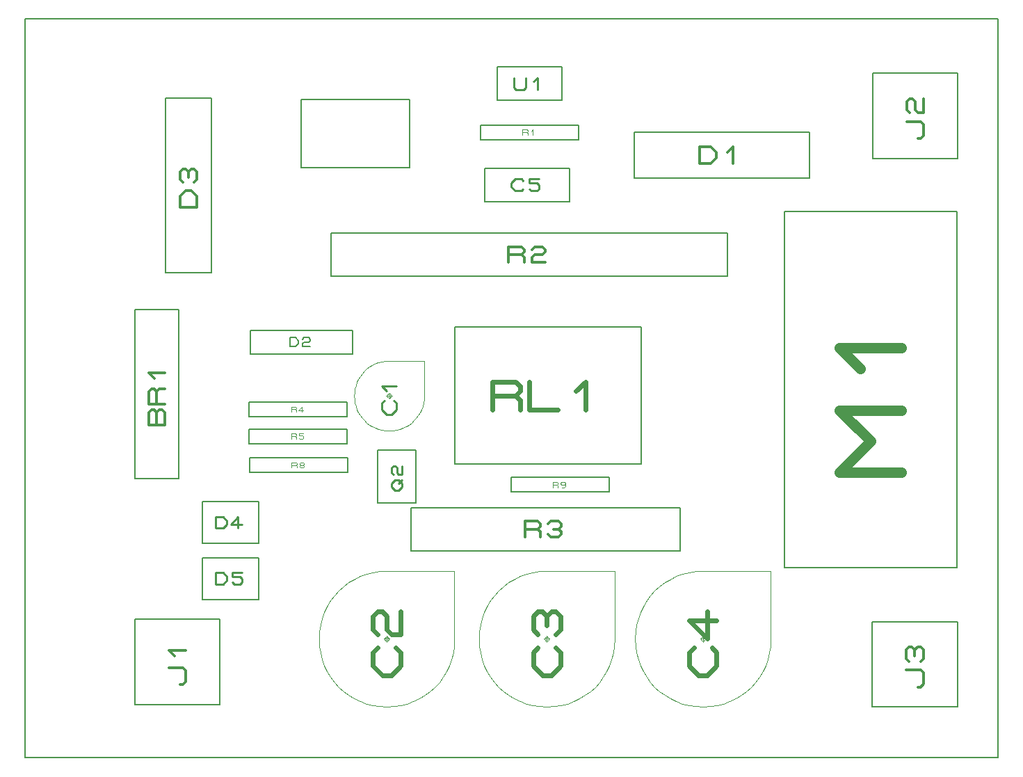
<source format=gbr>
G04 PROTEUS RS274X GERBER FILE*
%FSLAX45Y45*%
%MOMM*%
G01*
%ADD16C,0.203200*%
%ADD28C,0.316990*%
%ADD29C,0.050000*%
%ADD72C,0.285000*%
%ADD73C,0.240790*%
%ADD30C,0.172210*%
%ADD31C,0.567580*%
%ADD32C,0.336190*%
%ADD33C,0.551660*%
%ADD34C,0.345440*%
%ADD35C,0.106680*%
%ADD36C,1.260190*%
%ADD37C,0.229850*%
%ADD38C,0.214130*%
D16*
X-5014160Y-1020160D02*
X-4485840Y-1020160D01*
X-4485840Y+1032160D01*
X-5014160Y+1032160D01*
X-5014160Y-1020160D01*
D28*
X-4654902Y-374389D02*
X-4845097Y-374389D01*
X-4845097Y-215894D01*
X-4813398Y-184195D01*
X-4781699Y-184195D01*
X-4750000Y-215894D01*
X-4718300Y-184195D01*
X-4686601Y-184195D01*
X-4654902Y-215894D01*
X-4654902Y-374389D01*
X-4750000Y-374389D02*
X-4750000Y-215894D01*
X-4654902Y-120796D02*
X-4845097Y-120796D01*
X-4845097Y+37699D01*
X-4813398Y+69398D01*
X-4781699Y+69398D01*
X-4750000Y+37699D01*
X-4750000Y-120796D01*
X-4750000Y+37699D02*
X-4718300Y+69398D01*
X-4654902Y+69398D01*
X-4781699Y+196195D02*
X-4845097Y+259593D01*
X-4654902Y+259593D01*
D29*
X-1895000Y-15000D02*
X-1895086Y-12924D01*
X-1895788Y-8771D01*
X-1897258Y-4618D01*
X-1899660Y-465D01*
X-1903333Y+3634D01*
X-1907486Y+6643D01*
X-1911639Y+8560D01*
X-1915792Y+9643D01*
X-1919945Y+10000D01*
X-1920000Y+10000D01*
X-1945000Y-15000D02*
X-1944914Y-12924D01*
X-1944212Y-8771D01*
X-1942742Y-4618D01*
X-1940340Y-465D01*
X-1936667Y+3634D01*
X-1932514Y+6643D01*
X-1928361Y+8560D01*
X-1924208Y+9643D01*
X-1920055Y+10000D01*
X-1920000Y+10000D01*
X-1945000Y-15000D02*
X-1944914Y-17076D01*
X-1944212Y-21229D01*
X-1942742Y-25382D01*
X-1940340Y-29535D01*
X-1936667Y-33634D01*
X-1932514Y-36643D01*
X-1928361Y-38560D01*
X-1924208Y-39643D01*
X-1920055Y-40000D01*
X-1920000Y-40000D01*
X-1895000Y-15000D02*
X-1895086Y-17076D01*
X-1895788Y-21229D01*
X-1897258Y-25382D01*
X-1899660Y-29535D01*
X-1903333Y-33634D01*
X-1907486Y-36643D01*
X-1911639Y-38560D01*
X-1915792Y-39643D01*
X-1919945Y-40000D01*
X-1920000Y-40000D01*
X-1920000Y-50000D02*
X-1920000Y+20000D01*
X-1885000Y-15000D02*
X-1955000Y-15000D01*
X-1495000Y+410000D02*
X-1920000Y+410000D01*
X-1964169Y+407853D01*
X-2006899Y+401544D01*
X-2047994Y+391265D01*
X-2087260Y+377212D01*
X-2124504Y+359579D01*
X-2159529Y+338561D01*
X-2192142Y+314353D01*
X-2222148Y+287148D01*
X-2249353Y+257142D01*
X-2273561Y+224529D01*
X-2294579Y+189504D01*
X-2312212Y+152261D01*
X-2326265Y+112994D01*
X-2336544Y+71899D01*
X-2342854Y+29169D01*
X-2345000Y-15000D01*
X-2342854Y-59169D01*
X-2336544Y-101899D01*
X-2326265Y-142994D01*
X-2312212Y-182261D01*
X-2294579Y-219504D01*
X-2273561Y-254529D01*
X-2249353Y-287142D01*
X-2222148Y-317148D01*
X-2192142Y-344353D01*
X-2159529Y-368561D01*
X-2124504Y-389579D01*
X-2087260Y-407212D01*
X-2047994Y-421265D01*
X-2006899Y-431544D01*
X-1964169Y-437853D01*
X-1920000Y-440000D01*
X-1875831Y-437853D01*
X-1833101Y-431544D01*
X-1792006Y-421265D01*
X-1752740Y-407212D01*
X-1715496Y-389579D01*
X-1680471Y-368561D01*
X-1647858Y-344353D01*
X-1617852Y-317148D01*
X-1590647Y-287142D01*
X-1566439Y-254529D01*
X-1545421Y-219504D01*
X-1527788Y-182261D01*
X-1513735Y-142994D01*
X-1503456Y-101899D01*
X-1497146Y-59169D01*
X-1495000Y-15000D01*
X-1495000Y+410000D01*
D72*
X-1863000Y-72000D02*
X-1834500Y-100500D01*
X-1834500Y-186000D01*
X-1891500Y-243000D01*
X-1948500Y-243000D01*
X-2005500Y-186000D01*
X-2005500Y-100500D01*
X-1977000Y-72000D01*
X-1948500Y+42000D02*
X-2005500Y+99000D01*
X-1834500Y+99000D01*
D16*
X-601160Y+3582840D02*
X+181160Y+3582840D01*
X+181160Y+3984160D01*
X-601160Y+3984160D01*
X-601160Y+3582840D01*
D73*
X-402633Y+3855737D02*
X-402633Y+3735341D01*
X-378554Y+3711262D01*
X-282238Y+3711262D01*
X-258159Y+3735341D01*
X-258159Y+3855737D01*
X-161842Y+3807579D02*
X-113684Y+3855737D01*
X-113684Y+3711262D01*
D16*
X-3611102Y+495220D02*
X-2366502Y+495220D01*
X-2366502Y+782240D01*
X-3611102Y+782240D01*
X-3611102Y+495220D01*
D30*
X-3126571Y+587066D02*
X-3126571Y+690393D01*
X-3057687Y+690393D01*
X-3023245Y+655951D01*
X-3023245Y+621508D01*
X-3057687Y+587066D01*
X-3126571Y+587066D01*
X-2971581Y+673172D02*
X-2954360Y+690393D01*
X-2902697Y+690393D01*
X-2885476Y+673172D01*
X-2885476Y+655951D01*
X-2902697Y+638730D01*
X-2954360Y+638730D01*
X-2971581Y+621508D01*
X-2971581Y+587066D01*
X-2885476Y+587066D01*
D16*
X-1120160Y-850160D02*
X+1150160Y-850160D01*
X+1150160Y+820160D01*
X-1120160Y+820160D01*
X-1120160Y-850160D01*
D31*
X-666096Y-185274D02*
X-666096Y+155274D01*
X-382306Y+155274D01*
X-325548Y+98516D01*
X-325548Y+41758D01*
X-382306Y-15000D01*
X-666096Y-15000D01*
X-382306Y-15000D02*
X-325548Y-71758D01*
X-325548Y-185274D01*
X-212032Y+155274D02*
X-212032Y-185274D01*
X+128516Y-185274D01*
X+355548Y+41758D02*
X+469064Y+155274D01*
X+469064Y-185274D01*
D16*
X+1065199Y+2629840D02*
X+3196199Y+2629840D01*
X+3196199Y+3190160D01*
X+1065199Y+3190160D01*
X+1065199Y+2629840D01*
D32*
X+1861746Y+2809142D02*
X+1861746Y+3010857D01*
X+1996222Y+3010857D01*
X+2063460Y+2943619D01*
X+2063460Y+2876380D01*
X+1996222Y+2809142D01*
X+1861746Y+2809142D01*
X+2197937Y+2943619D02*
X+2265175Y+3010857D01*
X+2265175Y+2809142D01*
D16*
X-4640160Y+1479500D02*
X-4079840Y+1479500D01*
X-4079840Y+3610500D01*
X-4640160Y+3610500D01*
X-4640160Y+1479500D01*
D32*
X-4259142Y+2276047D02*
X-4460857Y+2276047D01*
X-4460857Y+2410523D01*
X-4393619Y+2477761D01*
X-4326380Y+2477761D01*
X-4259142Y+2410523D01*
X-4259142Y+2276047D01*
X-4427238Y+2578619D02*
X-4460857Y+2612238D01*
X-4460857Y+2713095D01*
X-4427238Y+2746714D01*
X-4393619Y+2746714D01*
X-4360000Y+2713095D01*
X-4326380Y+2746714D01*
X-4292761Y+2746714D01*
X-4259142Y+2713095D01*
X-4259142Y+2612238D01*
X-4292761Y+2578619D01*
X-4360000Y+2645857D02*
X-4360000Y+2713095D01*
D29*
X-1925000Y-2975000D02*
X-1925086Y-2972924D01*
X-1925788Y-2968771D01*
X-1927258Y-2964618D01*
X-1929660Y-2960465D01*
X-1933333Y-2956366D01*
X-1937486Y-2953357D01*
X-1941639Y-2951440D01*
X-1945792Y-2950357D01*
X-1949945Y-2950000D01*
X-1950000Y-2950000D01*
X-1975000Y-2975000D02*
X-1974914Y-2972924D01*
X-1974212Y-2968771D01*
X-1972742Y-2964618D01*
X-1970340Y-2960465D01*
X-1966667Y-2956366D01*
X-1962514Y-2953357D01*
X-1958361Y-2951440D01*
X-1954208Y-2950357D01*
X-1950055Y-2950000D01*
X-1950000Y-2950000D01*
X-1975000Y-2975000D02*
X-1974914Y-2977076D01*
X-1974212Y-2981229D01*
X-1972742Y-2985382D01*
X-1970340Y-2989535D01*
X-1966667Y-2993634D01*
X-1962514Y-2996643D01*
X-1958361Y-2998560D01*
X-1954208Y-2999643D01*
X-1950055Y-3000000D01*
X-1950000Y-3000000D01*
X-1925000Y-2975000D02*
X-1925086Y-2977076D01*
X-1925788Y-2981229D01*
X-1927258Y-2985382D01*
X-1929660Y-2989535D01*
X-1933333Y-2993634D01*
X-1937486Y-2996643D01*
X-1941639Y-2998560D01*
X-1945792Y-2999643D01*
X-1949945Y-3000000D01*
X-1950000Y-3000000D01*
X-1950000Y-3010000D02*
X-1950000Y-2940000D01*
X-1915000Y-2975000D02*
X-1985000Y-2975000D01*
X-1125000Y-2150000D02*
X-1950000Y-2150000D01*
X-2035740Y-2154167D01*
X-2118686Y-2166415D01*
X-2198459Y-2186368D01*
X-2274682Y-2213648D01*
X-2346978Y-2247876D01*
X-2414968Y-2288675D01*
X-2478276Y-2335668D01*
X-2536523Y-2388477D01*
X-2589332Y-2446724D01*
X-2636325Y-2510031D01*
X-2677124Y-2578022D01*
X-2711352Y-2650318D01*
X-2738632Y-2726541D01*
X-2758585Y-2806314D01*
X-2770833Y-2889260D01*
X-2775000Y-2975000D01*
X-2770833Y-3060740D01*
X-2758585Y-3143686D01*
X-2738632Y-3223459D01*
X-2711352Y-3299682D01*
X-2677124Y-3371978D01*
X-2636325Y-3439969D01*
X-2589332Y-3503276D01*
X-2536523Y-3561523D01*
X-2478276Y-3614332D01*
X-2414968Y-3661325D01*
X-2346978Y-3702124D01*
X-2274682Y-3736352D01*
X-2198459Y-3763632D01*
X-2118686Y-3783585D01*
X-2035740Y-3795833D01*
X-1950000Y-3800000D01*
X-1864260Y-3795833D01*
X-1781314Y-3783585D01*
X-1701541Y-3763632D01*
X-1625318Y-3736352D01*
X-1553022Y-3702124D01*
X-1485032Y-3661325D01*
X-1421724Y-3614332D01*
X-1363477Y-3561523D01*
X-1310668Y-3503276D01*
X-1263675Y-3439969D01*
X-1222876Y-3371978D01*
X-1188648Y-3299682D01*
X-1161368Y-3223459D01*
X-1141415Y-3143686D01*
X-1129167Y-3060740D01*
X-1125000Y-2975000D01*
X-1125000Y-2150000D01*
D33*
X-1839666Y-3085333D02*
X-1784500Y-3140500D01*
X-1784500Y-3305999D01*
X-1894833Y-3416332D01*
X-2005166Y-3416332D01*
X-2115499Y-3305999D01*
X-2115499Y-3140500D01*
X-2060333Y-3085333D01*
X-2060333Y-2919834D02*
X-2115499Y-2864667D01*
X-2115499Y-2699168D01*
X-2060333Y-2644001D01*
X-2005166Y-2644001D01*
X-1950000Y-2699168D01*
X-1950000Y-2864667D01*
X-1894833Y-2919834D01*
X-1784500Y-2919834D01*
X-1784500Y-2644001D01*
D29*
X+25000Y-2975000D02*
X+24914Y-2972924D01*
X+24212Y-2968771D01*
X+22742Y-2964618D01*
X+20340Y-2960465D01*
X+16667Y-2956366D01*
X+12514Y-2953357D01*
X+8361Y-2951440D01*
X+4208Y-2950357D01*
X+55Y-2950000D01*
X+0Y-2950000D01*
X-25000Y-2975000D02*
X-24914Y-2972924D01*
X-24212Y-2968771D01*
X-22742Y-2964618D01*
X-20340Y-2960465D01*
X-16667Y-2956366D01*
X-12514Y-2953357D01*
X-8361Y-2951440D01*
X-4208Y-2950357D01*
X-55Y-2950000D01*
X+0Y-2950000D01*
X-25000Y-2975000D02*
X-24914Y-2977076D01*
X-24212Y-2981229D01*
X-22742Y-2985382D01*
X-20340Y-2989535D01*
X-16667Y-2993634D01*
X-12514Y-2996643D01*
X-8361Y-2998560D01*
X-4208Y-2999643D01*
X-55Y-3000000D01*
X+0Y-3000000D01*
X+25000Y-2975000D02*
X+24914Y-2977076D01*
X+24212Y-2981229D01*
X+22742Y-2985382D01*
X+20340Y-2989535D01*
X+16667Y-2993634D01*
X+12514Y-2996643D01*
X+8361Y-2998560D01*
X+4208Y-2999643D01*
X+55Y-3000000D01*
X+0Y-3000000D01*
X+0Y-3010000D02*
X+0Y-2940000D01*
X+35000Y-2975000D02*
X-35000Y-2975000D01*
X+825000Y-2150000D02*
X+0Y-2150000D01*
X-85740Y-2154167D01*
X-168686Y-2166415D01*
X-248459Y-2186368D01*
X-324682Y-2213648D01*
X-396978Y-2247876D01*
X-464968Y-2288675D01*
X-528276Y-2335668D01*
X-586523Y-2388477D01*
X-639332Y-2446724D01*
X-686325Y-2510031D01*
X-727124Y-2578022D01*
X-761352Y-2650318D01*
X-788632Y-2726541D01*
X-808585Y-2806314D01*
X-820833Y-2889260D01*
X-825000Y-2975000D01*
X-820833Y-3060740D01*
X-808585Y-3143686D01*
X-788632Y-3223459D01*
X-761352Y-3299682D01*
X-727124Y-3371978D01*
X-686325Y-3439969D01*
X-639332Y-3503276D01*
X-586523Y-3561523D01*
X-528276Y-3614332D01*
X-464968Y-3661325D01*
X-396978Y-3702124D01*
X-324682Y-3736352D01*
X-248459Y-3763632D01*
X-168686Y-3783585D01*
X-85740Y-3795833D01*
X+0Y-3800000D01*
X+85740Y-3795833D01*
X+168686Y-3783585D01*
X+248459Y-3763632D01*
X+324682Y-3736352D01*
X+396978Y-3702124D01*
X+464968Y-3661325D01*
X+528276Y-3614332D01*
X+586523Y-3561523D01*
X+639332Y-3503276D01*
X+686325Y-3439969D01*
X+727124Y-3371978D01*
X+761352Y-3299682D01*
X+788632Y-3223459D01*
X+808585Y-3143686D01*
X+820833Y-3060740D01*
X+825000Y-2975000D01*
X+825000Y-2150000D01*
D33*
X+110334Y-3085333D02*
X+165500Y-3140500D01*
X+165500Y-3305999D01*
X+55167Y-3416332D01*
X-55166Y-3416332D01*
X-165499Y-3305999D01*
X-165499Y-3140500D01*
X-110333Y-3085333D01*
X-110333Y-2919834D02*
X-165499Y-2864667D01*
X-165499Y-2699168D01*
X-110333Y-2644001D01*
X-55166Y-2644001D01*
X+0Y-2699168D01*
X+55167Y-2644001D01*
X+110334Y-2644001D01*
X+165500Y-2699168D01*
X+165500Y-2864667D01*
X+110334Y-2919834D01*
X+0Y-2809501D02*
X+0Y-2699168D01*
D29*
X+1925000Y-2975000D02*
X+1924914Y-2972924D01*
X+1924212Y-2968771D01*
X+1922742Y-2964618D01*
X+1920340Y-2960465D01*
X+1916667Y-2956366D01*
X+1912514Y-2953357D01*
X+1908361Y-2951440D01*
X+1904208Y-2950357D01*
X+1900055Y-2950000D01*
X+1900000Y-2950000D01*
X+1875000Y-2975000D02*
X+1875086Y-2972924D01*
X+1875788Y-2968771D01*
X+1877258Y-2964618D01*
X+1879660Y-2960465D01*
X+1883333Y-2956366D01*
X+1887486Y-2953357D01*
X+1891639Y-2951440D01*
X+1895792Y-2950357D01*
X+1899945Y-2950000D01*
X+1900000Y-2950000D01*
X+1875000Y-2975000D02*
X+1875086Y-2977076D01*
X+1875788Y-2981229D01*
X+1877258Y-2985382D01*
X+1879660Y-2989535D01*
X+1883333Y-2993634D01*
X+1887486Y-2996643D01*
X+1891639Y-2998560D01*
X+1895792Y-2999643D01*
X+1899945Y-3000000D01*
X+1900000Y-3000000D01*
X+1925000Y-2975000D02*
X+1924914Y-2977076D01*
X+1924212Y-2981229D01*
X+1922742Y-2985382D01*
X+1920340Y-2989535D01*
X+1916667Y-2993634D01*
X+1912514Y-2996643D01*
X+1908361Y-2998560D01*
X+1904208Y-2999643D01*
X+1900055Y-3000000D01*
X+1900000Y-3000000D01*
X+1900000Y-3010000D02*
X+1900000Y-2940000D01*
X+1935000Y-2975000D02*
X+1865000Y-2975000D01*
X+2725000Y-2150000D02*
X+1900000Y-2150000D01*
X+1814260Y-2154167D01*
X+1731314Y-2166415D01*
X+1651541Y-2186368D01*
X+1575318Y-2213648D01*
X+1503022Y-2247876D01*
X+1435032Y-2288675D01*
X+1371724Y-2335668D01*
X+1313477Y-2388477D01*
X+1260668Y-2446724D01*
X+1213675Y-2510031D01*
X+1172876Y-2578022D01*
X+1138648Y-2650318D01*
X+1111368Y-2726541D01*
X+1091415Y-2806314D01*
X+1079167Y-2889260D01*
X+1075000Y-2975000D01*
X+1079167Y-3060740D01*
X+1091415Y-3143686D01*
X+1111368Y-3223459D01*
X+1138648Y-3299682D01*
X+1172876Y-3371978D01*
X+1213675Y-3439969D01*
X+1260668Y-3503276D01*
X+1313477Y-3561523D01*
X+1371724Y-3614332D01*
X+1435032Y-3661325D01*
X+1503022Y-3702124D01*
X+1575318Y-3736352D01*
X+1651541Y-3763632D01*
X+1731314Y-3783585D01*
X+1814260Y-3795833D01*
X+1900000Y-3800000D01*
X+1985740Y-3795833D01*
X+2068686Y-3783585D01*
X+2148459Y-3763632D01*
X+2224682Y-3736352D01*
X+2296978Y-3702124D01*
X+2364968Y-3661325D01*
X+2428276Y-3614332D01*
X+2486523Y-3561523D01*
X+2539332Y-3503276D01*
X+2586325Y-3439969D01*
X+2627124Y-3371978D01*
X+2661352Y-3299682D01*
X+2688632Y-3223459D01*
X+2708585Y-3143686D01*
X+2720833Y-3060740D01*
X+2725000Y-2975000D01*
X+2725000Y-2150000D01*
D33*
X+2010334Y-3085333D02*
X+2065500Y-3140500D01*
X+2065500Y-3305999D01*
X+1955167Y-3416332D01*
X+1844834Y-3416332D01*
X+1734501Y-3305999D01*
X+1734501Y-3140500D01*
X+1789667Y-3085333D01*
X+1955167Y-2644001D02*
X+1955167Y-2975000D01*
X+1734501Y-2754334D01*
X+2065500Y-2754334D01*
D16*
X+3966316Y+2873364D02*
X+5002636Y+2873364D01*
X+5002636Y+3909684D01*
X+3966316Y+3909684D01*
X+3966316Y+2873364D01*
D34*
X+4519020Y+3115172D02*
X+4553564Y+3115172D01*
X+4588108Y+3149716D01*
X+4588108Y+3287892D01*
X+4553564Y+3322436D01*
X+4380844Y+3322436D01*
X+4415388Y+3426068D02*
X+4380844Y+3460612D01*
X+4380844Y+3564244D01*
X+4415388Y+3598788D01*
X+4449932Y+3598788D01*
X+4484476Y+3564244D01*
X+4484476Y+3460612D01*
X+4519020Y+3426068D01*
X+4588108Y+3426068D01*
X+4588108Y+3598788D01*
D16*
X-5018160Y-3772160D02*
X-3981840Y-3772160D01*
X-3981840Y-2735840D01*
X-5018160Y-2735840D01*
X-5018160Y-3772160D01*
D34*
X-4465456Y-3530352D02*
X-4430912Y-3530352D01*
X-4396368Y-3495808D01*
X-4396368Y-3357632D01*
X-4430912Y-3323088D01*
X-4603632Y-3323088D01*
X-4534544Y-3184912D02*
X-4603632Y-3115824D01*
X-4396368Y-3115824D01*
D16*
X-808900Y+3101100D02*
X+384900Y+3101100D01*
X+384900Y+3278900D01*
X-808900Y+3278900D01*
X-808900Y+3101100D01*
D35*
X-297344Y+3157996D02*
X-297344Y+3222004D01*
X-244004Y+3222004D01*
X-233336Y+3211336D01*
X-233336Y+3200668D01*
X-244004Y+3190000D01*
X-297344Y+3190000D01*
X-244004Y+3190000D02*
X-233336Y+3179332D01*
X-233336Y+3157996D01*
X-190664Y+3200668D02*
X-169328Y+3222004D01*
X-169328Y+3157996D01*
D16*
X-2627000Y+1435840D02*
X+2199000Y+1435840D01*
X+2199000Y+1964160D01*
X-2627000Y+1964160D01*
X-2627000Y+1435840D01*
D28*
X-467593Y+1604902D02*
X-467593Y+1795097D01*
X-309098Y+1795097D01*
X-277399Y+1763398D01*
X-277399Y+1731699D01*
X-309098Y+1700000D01*
X-467593Y+1700000D01*
X-309098Y+1700000D02*
X-277399Y+1668300D01*
X-277399Y+1604902D01*
X-182301Y+1763398D02*
X-150602Y+1795097D01*
X-55505Y+1795097D01*
X-23806Y+1763398D01*
X-23806Y+1731699D01*
X-55505Y+1700000D01*
X-150602Y+1700000D01*
X-182301Y+1668300D01*
X-182301Y+1604902D01*
X-23806Y+1604902D01*
D16*
X-1654300Y-1904160D02*
X+1622300Y-1904160D01*
X+1622300Y-1375840D01*
X-1654300Y-1375840D01*
X-1654300Y-1904160D01*
D28*
X-269593Y-1735098D02*
X-269593Y-1544903D01*
X-111098Y-1544903D01*
X-79399Y-1576602D01*
X-79399Y-1608301D01*
X-111098Y-1640000D01*
X-269593Y-1640000D01*
X-111098Y-1640000D02*
X-79399Y-1671700D01*
X-79399Y-1735098D01*
X+15699Y-1576602D02*
X+47398Y-1544903D01*
X+142495Y-1544903D01*
X+174194Y-1576602D01*
X+174194Y-1608301D01*
X+142495Y-1640000D01*
X+174194Y-1671700D01*
X+174194Y-1703399D01*
X+142495Y-1735098D01*
X+47398Y-1735098D01*
X+15699Y-1703399D01*
X+79097Y-1640000D02*
X+142495Y-1640000D01*
D16*
X+2889840Y-2108160D02*
X+4990160Y-2108160D01*
X+4990160Y+2230160D01*
X+2889840Y+2230160D01*
X+2889840Y-2108160D01*
D36*
X+4318058Y-947153D02*
X+3561943Y-947153D01*
X+3940000Y-569096D01*
X+3561943Y-191039D01*
X+4318058Y-191039D01*
X+3813981Y+313038D02*
X+3561943Y+565076D01*
X+4318058Y+565076D01*
D16*
X+3961840Y-3802160D02*
X+4998160Y-3802160D01*
X+4998160Y-2765840D01*
X+3961840Y-2765840D01*
X+3961840Y-3802160D01*
D34*
X+4514544Y-3560352D02*
X+4549088Y-3560352D01*
X+4583632Y-3525808D01*
X+4583632Y-3387632D01*
X+4549088Y-3353088D01*
X+4376368Y-3353088D01*
X+4410912Y-3249456D02*
X+4376368Y-3214912D01*
X+4376368Y-3111280D01*
X+4410912Y-3076736D01*
X+4445456Y-3076736D01*
X+4480000Y-3111280D01*
X+4514544Y-3076736D01*
X+4549088Y-3076736D01*
X+4583632Y-3111280D01*
X+4583632Y-3214912D01*
X+4549088Y-3249456D01*
X+4480000Y-3180368D02*
X+4480000Y-3111280D01*
D16*
X-2988152Y+2758993D02*
X-1667832Y+2758993D01*
X-1667832Y+3589313D01*
X-2988152Y+3589313D01*
X-2988152Y+2758993D01*
X-6350960Y-4420960D02*
X+5490000Y-4420960D01*
X+5490000Y+4570000D01*
X-6350960Y+4570000D01*
X-6350960Y-4420960D01*
X-757160Y+2349340D02*
X+279160Y+2349340D01*
X+279160Y+2750660D01*
X-757160Y+2750660D01*
X-757160Y+2349340D01*
D73*
X-287159Y+2501841D02*
X-311238Y+2477762D01*
X-383475Y+2477762D01*
X-431633Y+2525920D01*
X-431633Y+2574079D01*
X-383475Y+2622237D01*
X-311238Y+2622237D01*
X-287159Y+2598158D01*
X-94526Y+2622237D02*
X-214921Y+2622237D01*
X-214921Y+2574079D01*
X-118605Y+2574079D01*
X-94526Y+2550000D01*
X-94526Y+2501841D01*
X-118605Y+2477762D01*
X-190842Y+2477762D01*
X-214921Y+2501841D01*
D16*
X-4195250Y-1814690D02*
X-3505700Y-1814690D01*
X-3505700Y-1305310D01*
X-4195250Y-1305310D01*
X-4195250Y-1814690D01*
D37*
X-4034355Y-1628955D02*
X-4034355Y-1491045D01*
X-3942415Y-1491045D01*
X-3896445Y-1537015D01*
X-3896445Y-1582985D01*
X-3942415Y-1628955D01*
X-4034355Y-1628955D01*
X-3712565Y-1582985D02*
X-3850475Y-1582985D01*
X-3758535Y-1491045D01*
X-3758535Y-1628955D01*
D16*
X-4195250Y-2494690D02*
X-3505700Y-2494690D01*
X-3505700Y-1985310D01*
X-4195250Y-1985310D01*
X-4195250Y-2494690D01*
D37*
X-4034355Y-2308955D02*
X-4034355Y-2171045D01*
X-3942415Y-2171045D01*
X-3896445Y-2217015D01*
X-3896445Y-2262985D01*
X-3942415Y-2308955D01*
X-4034355Y-2308955D01*
X-3712565Y-2171045D02*
X-3827490Y-2171045D01*
X-3827490Y-2217015D01*
X-3735550Y-2217015D01*
X-3712565Y-2240000D01*
X-3712565Y-2285970D01*
X-3735550Y-2308955D01*
X-3804505Y-2308955D01*
X-3827490Y-2285970D01*
D16*
X-3624900Y-268900D02*
X-2431100Y-268900D01*
X-2431100Y-91100D01*
X-3624900Y-91100D01*
X-3624900Y-268900D01*
D35*
X-3113344Y-212004D02*
X-3113344Y-147996D01*
X-3060004Y-147996D01*
X-3049336Y-158664D01*
X-3049336Y-169332D01*
X-3060004Y-180000D01*
X-3113344Y-180000D01*
X-3060004Y-180000D02*
X-3049336Y-190668D01*
X-3049336Y-212004D01*
X-2963992Y-190668D02*
X-3028000Y-190668D01*
X-2985328Y-147996D01*
X-2985328Y-212004D01*
D16*
X-3624900Y-598900D02*
X-2431100Y-598900D01*
X-2431100Y-421100D01*
X-3624900Y-421100D01*
X-3624900Y-598900D01*
D35*
X-3113344Y-542004D02*
X-3113344Y-477996D01*
X-3060004Y-477996D01*
X-3049336Y-488664D01*
X-3049336Y-499332D01*
X-3060004Y-510000D01*
X-3113344Y-510000D01*
X-3060004Y-510000D02*
X-3049336Y-520668D01*
X-3049336Y-542004D01*
X-2963992Y-477996D02*
X-3017332Y-477996D01*
X-3017332Y-499332D01*
X-2974660Y-499332D01*
X-2963992Y-510000D01*
X-2963992Y-531336D01*
X-2974660Y-542004D01*
X-3006664Y-542004D01*
X-3017332Y-531336D01*
D16*
X-3618900Y-948900D02*
X-2425100Y-948900D01*
X-2425100Y-771100D01*
X-3618900Y-771100D01*
X-3618900Y-948900D01*
D35*
X-3107344Y-892004D02*
X-3107344Y-827996D01*
X-3054004Y-827996D01*
X-3043336Y-838664D01*
X-3043336Y-849332D01*
X-3054004Y-860000D01*
X-3107344Y-860000D01*
X-3054004Y-860000D02*
X-3043336Y-870668D01*
X-3043336Y-892004D01*
X-3000664Y-860000D02*
X-3011332Y-849332D01*
X-3011332Y-838664D01*
X-3000664Y-827996D01*
X-2968660Y-827996D01*
X-2957992Y-838664D01*
X-2957992Y-849332D01*
X-2968660Y-860000D01*
X-3000664Y-860000D01*
X-3011332Y-870668D01*
X-3011332Y-881336D01*
X-3000664Y-892004D01*
X-2968660Y-892004D01*
X-2957992Y-881336D01*
X-2957992Y-870668D01*
X-2968660Y-860000D01*
D16*
X-438900Y-1188900D02*
X+754900Y-1188900D01*
X+754900Y-1011100D01*
X-438900Y-1011100D01*
X-438900Y-1188900D01*
D35*
X+72656Y-1132004D02*
X+72656Y-1067996D01*
X+125996Y-1067996D01*
X+136664Y-1078664D01*
X+136664Y-1089332D01*
X+125996Y-1100000D01*
X+72656Y-1100000D01*
X+125996Y-1100000D02*
X+136664Y-1110668D01*
X+136664Y-1132004D01*
X+222008Y-1089332D02*
X+211340Y-1100000D01*
X+179336Y-1100000D01*
X+168668Y-1089332D01*
X+168668Y-1078664D01*
X+179336Y-1067996D01*
X+211340Y-1067996D01*
X+222008Y-1078664D01*
X+222008Y-1121336D01*
X+211340Y-1132004D01*
X+179336Y-1132004D01*
D16*
X-2057160Y-1319200D02*
X-1593800Y-1319200D01*
X-1593800Y-676800D01*
X-2057160Y-676800D01*
X-2057160Y-1319200D01*
D38*
X-1846893Y-1169306D02*
X-1889720Y-1126480D01*
X-1889720Y-1083653D01*
X-1846893Y-1040827D01*
X-1804067Y-1040827D01*
X-1761240Y-1083653D01*
X-1761240Y-1126480D01*
X-1804067Y-1169306D01*
X-1846893Y-1169306D01*
X-1804067Y-1083653D02*
X-1761240Y-1040827D01*
X-1868307Y-976587D02*
X-1889720Y-955174D01*
X-1889720Y-890934D01*
X-1868307Y-869521D01*
X-1846893Y-869521D01*
X-1825480Y-890934D01*
X-1825480Y-955174D01*
X-1804067Y-976587D01*
X-1761240Y-976587D01*
X-1761240Y-869521D01*
M02*

</source>
